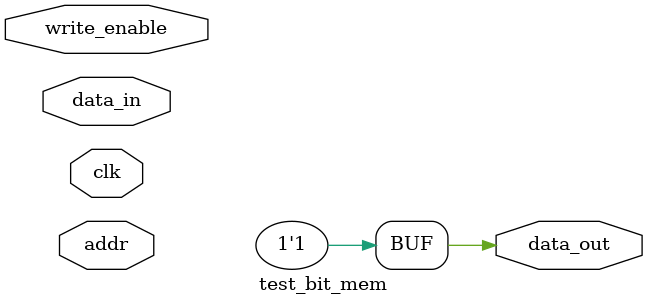
<source format=sv>
module test_bit_mem (
    input  logic        clk,
    input  logic        write_enable,  // write enable signal
    input  logic [4:0]  addr,          // 5-bit address (0 to 31)
    input  logic        data_in,       // bit to write
    output logic        data_out       // bit read
);

    // // 32-bit memory, each bit is one storage cell
    // logic [31:0] mem;

    // always_ff @(posedge clk) begin
    //     if (write_enable) begin
    //         mem[addr] <= data_in;
    //     end
    // end

    // continuous read output
    assign data_out = 1;
   // assign data_out = 0;

endmodule
</source>
